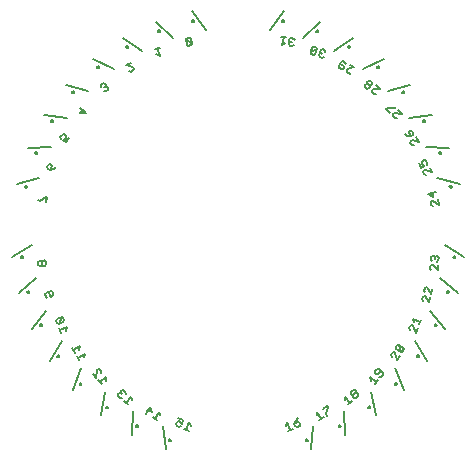
<source format=gbo>
G75*
%MOIN*%
%OFA0B0*%
%FSLAX24Y24*%
%IPPOS*%
%LPD*%
%AMOC8*
5,1,8,0,0,1.08239X$1,22.5*
%
%ADD10C,0.0060*%
%ADD11C,0.0080*%
%ADD12C,0.0050*%
D10*
X003368Y003352D02*
X003385Y003597D01*
X003418Y003626D01*
X003479Y003621D01*
X003536Y003556D01*
X003532Y003494D01*
X003701Y003366D02*
X003504Y003195D01*
X003561Y003130D02*
X003447Y003261D01*
X003368Y003352D02*
X003254Y003484D01*
X003701Y003366D02*
X003692Y003243D01*
X004136Y002820D02*
X004108Y002787D01*
X004114Y002726D01*
X004180Y002671D01*
X004242Y002676D01*
X004230Y002798D02*
X004197Y002826D01*
X004136Y002820D01*
X004197Y002826D02*
X004191Y002887D01*
X004219Y002920D01*
X004280Y002926D01*
X004347Y002871D01*
X004352Y002810D01*
X004540Y002710D02*
X004374Y002510D01*
X004441Y002455D02*
X004307Y002565D01*
X004551Y002588D02*
X004540Y002710D01*
X005070Y002286D02*
X005220Y002198D01*
X005173Y002376D01*
X005042Y002152D01*
X005258Y002025D02*
X005408Y001937D01*
X005333Y001981D02*
X005465Y002205D01*
X005496Y002087D01*
X006067Y001869D02*
X006036Y001788D01*
X006061Y001732D01*
X006142Y001701D01*
X006198Y001726D01*
X006229Y001807D02*
X006164Y001878D01*
X006123Y001894D01*
X006067Y001869D01*
X006114Y001990D02*
X006276Y001928D01*
X006229Y001807D01*
X006296Y001642D02*
X006458Y001580D01*
X006377Y001611D02*
X006470Y001854D01*
X006520Y001742D01*
X009693Y001742D02*
X009743Y001854D01*
X009836Y001611D01*
X009755Y001580D02*
X009917Y001642D01*
X010014Y001726D02*
X010070Y001701D01*
X010151Y001732D01*
X010176Y001788D01*
X010161Y001828D01*
X010105Y001853D01*
X009983Y001807D01*
X010014Y001726D01*
X009983Y001807D02*
X010033Y001919D01*
X010099Y001990D01*
X010717Y002087D02*
X010748Y002205D01*
X010879Y001981D01*
X010805Y001937D02*
X010954Y002025D01*
X011059Y002086D02*
X011037Y002124D01*
X011099Y002361D01*
X011077Y002398D01*
X010927Y002311D01*
X011661Y002588D02*
X011672Y002710D01*
X011839Y002510D01*
X011905Y002565D02*
X011772Y002455D01*
X011971Y002676D02*
X011943Y002710D01*
X011949Y002771D01*
X012016Y002826D01*
X012077Y002820D01*
X012104Y002787D01*
X012099Y002726D01*
X012032Y002671D01*
X011971Y002676D01*
X011949Y002771D02*
X011888Y002776D01*
X011860Y002810D01*
X011866Y002871D01*
X011933Y002926D01*
X011994Y002920D01*
X012021Y002887D01*
X012016Y002826D01*
X012521Y003243D02*
X012512Y003366D01*
X012708Y003195D01*
X012652Y003130D02*
X012765Y003261D01*
X012812Y003381D02*
X012873Y003385D01*
X012930Y003451D01*
X012925Y003512D01*
X012794Y003626D01*
X012733Y003621D01*
X012676Y003556D01*
X012681Y003494D01*
X012713Y003466D01*
X012775Y003470D01*
X012860Y003569D01*
X013217Y004044D02*
X013203Y004103D01*
X013249Y004177D01*
X013308Y004192D01*
X013345Y004169D01*
X013402Y003930D01*
X013493Y004078D01*
X013519Y004204D02*
X013372Y004295D01*
X013358Y004354D01*
X013403Y004428D01*
X013463Y004443D01*
X013519Y004204D01*
X013579Y004218D01*
X013625Y004292D01*
X013610Y004352D01*
X013463Y004443D01*
X013818Y004934D02*
X013794Y004990D01*
X013827Y005070D01*
X013884Y005094D01*
X013924Y005078D01*
X014019Y004852D01*
X014084Y005012D01*
X014130Y005124D02*
X014196Y005285D01*
X014163Y005205D02*
X013922Y005303D01*
X013970Y005190D01*
X014266Y005910D02*
X014233Y005961D01*
X014252Y006046D01*
X014304Y006079D01*
X014346Y006069D01*
X014477Y005862D01*
X014515Y006031D01*
X014542Y006149D02*
X014412Y006356D01*
X014369Y006366D01*
X014317Y006333D01*
X014298Y006249D01*
X014331Y006197D01*
X014542Y006149D02*
X014581Y006318D01*
X014545Y006934D02*
X014505Y006980D01*
X014510Y007067D01*
X014556Y007107D01*
X014599Y007105D01*
X014762Y006921D01*
X014772Y007094D01*
X014737Y007218D02*
X014783Y007258D01*
X014788Y007345D01*
X014747Y007391D01*
X014704Y007394D01*
X014658Y007353D01*
X014655Y007310D01*
X014658Y007353D02*
X014617Y007399D01*
X014574Y007402D01*
X014528Y007361D01*
X014523Y007274D01*
X014563Y007228D01*
X014593Y009063D02*
X014540Y009093D01*
X014517Y009177D01*
X014547Y009230D01*
X014589Y009241D01*
X014802Y009119D01*
X014757Y009287D01*
X014599Y009370D02*
X014554Y009537D01*
X014691Y009529D02*
X014440Y009461D01*
X014599Y009370D01*
X014359Y010099D02*
X014301Y010120D01*
X014266Y010199D01*
X014287Y010257D01*
X014326Y010275D01*
X014556Y010189D01*
X014484Y010347D01*
X014395Y010439D02*
X014416Y010496D01*
X014380Y010575D01*
X014323Y010597D01*
X014244Y010561D01*
X014222Y010503D01*
X014240Y010464D01*
X014316Y010403D01*
X014197Y010349D01*
X014125Y010507D01*
X013955Y011094D02*
X013895Y011106D01*
X013847Y011178D01*
X013859Y011238D01*
X013895Y011262D01*
X014135Y011215D01*
X014039Y011359D01*
X013935Y011435D02*
X013947Y011495D01*
X013899Y011567D01*
X013838Y011579D01*
X013802Y011555D01*
X013791Y011495D01*
X013863Y011387D01*
X013935Y011435D01*
X013863Y011387D02*
X013743Y011410D01*
X013658Y011458D01*
X013402Y012000D02*
X013340Y012002D01*
X013281Y012065D01*
X013283Y012127D01*
X013315Y012156D01*
X013560Y012149D01*
X013441Y012275D01*
X013358Y012363D02*
X013326Y012334D01*
X013081Y012341D01*
X013050Y012312D01*
X013168Y012185D01*
X012701Y012813D02*
X012640Y012805D01*
X012571Y012858D01*
X012563Y012919D01*
X012589Y012953D01*
X012832Y012986D01*
X012694Y013091D01*
X012572Y013130D02*
X012545Y013096D01*
X012485Y013087D01*
X012416Y013140D01*
X012408Y013201D01*
X012434Y013235D01*
X012495Y013244D01*
X012564Y013191D01*
X012572Y013130D01*
X012485Y013087D02*
X012493Y013027D01*
X012466Y012992D01*
X012406Y012984D01*
X012337Y013037D01*
X012329Y013098D01*
X012355Y013132D01*
X012416Y013140D01*
X011876Y013501D02*
X011817Y013483D01*
X011741Y013524D01*
X011723Y013582D01*
X011743Y013621D01*
X011978Y013692D01*
X011825Y013774D01*
X011697Y013792D02*
X011679Y013851D01*
X011603Y013892D01*
X011544Y013874D01*
X011463Y013721D01*
X011481Y013662D01*
X011557Y013621D01*
X011616Y013639D01*
X011636Y013678D01*
X011618Y013736D01*
X011503Y013797D01*
X010960Y014040D02*
X010905Y014013D01*
X010823Y014040D01*
X010796Y014095D01*
X010810Y014136D01*
X010865Y014164D01*
X010838Y014219D01*
X010852Y014260D01*
X010907Y014287D01*
X010989Y014259D01*
X011016Y014204D01*
X010906Y014150D02*
X010865Y014164D01*
X010737Y014298D02*
X010710Y014353D01*
X010628Y014381D01*
X010573Y014354D01*
X010517Y014190D01*
X010737Y014298D01*
X010681Y014134D01*
X010626Y014107D01*
X010544Y014135D01*
X010517Y014190D01*
X009959Y014427D02*
X009909Y014391D01*
X009824Y014405D01*
X009788Y014455D01*
X009795Y014498D01*
X009845Y014533D01*
X009809Y014583D01*
X009816Y014626D01*
X009866Y014662D01*
X009951Y014648D01*
X009987Y014598D01*
X009887Y014526D02*
X009845Y014533D01*
X009675Y014517D02*
X009576Y014446D01*
X009618Y014702D01*
X009703Y014688D02*
X009532Y014716D01*
X006570Y014479D02*
X006371Y014622D01*
X006407Y014672D01*
X006492Y014686D01*
X006542Y014650D01*
X006570Y014479D01*
X006534Y014429D01*
X006449Y014415D01*
X006399Y014450D01*
X006371Y014622D01*
X005486Y014348D02*
X005322Y014292D01*
X005404Y014320D02*
X005488Y014074D01*
X005378Y014128D01*
X004599Y013690D02*
X004620Y013652D01*
X004602Y013593D01*
X004525Y013552D01*
X004467Y013570D01*
X004599Y013690D02*
X004365Y013762D01*
X004518Y013843D01*
X003661Y013146D02*
X003601Y013154D01*
X003532Y013101D01*
X003524Y013041D01*
X003645Y013024D02*
X003680Y013051D01*
X003688Y013111D01*
X003661Y013146D01*
X003680Y013051D02*
X003740Y013043D01*
X003767Y013008D01*
X003759Y012947D01*
X003690Y012895D01*
X003629Y012903D01*
X002967Y012293D02*
X002848Y012167D01*
X003032Y012173D01*
X002843Y012351D01*
X002292Y011457D02*
X002232Y011445D01*
X002183Y011373D01*
X002195Y011313D01*
X002267Y011264D02*
X002352Y011312D01*
X002376Y011348D01*
X002364Y011408D01*
X002292Y011457D01*
X002472Y011336D02*
X002375Y011192D01*
X002267Y011264D01*
X001868Y010445D02*
X001890Y010387D01*
X001836Y010269D01*
X001757Y010305D01*
X001735Y010362D01*
X001771Y010441D01*
X001829Y010463D01*
X001868Y010445D01*
X001951Y010312D02*
X001836Y010269D01*
X001951Y010312D02*
X002026Y010373D01*
X001746Y009361D02*
X001704Y009372D01*
X001491Y009250D01*
X001449Y009262D01*
X001700Y009193D02*
X001746Y009361D01*
X001647Y007255D02*
X001604Y007252D01*
X001564Y007206D01*
X001569Y007119D01*
X001615Y007079D01*
X001658Y007081D01*
X001699Y007127D01*
X001693Y007214D01*
X001647Y007255D01*
X001564Y007206D02*
X001518Y007247D01*
X001474Y007244D01*
X001434Y007198D01*
X001439Y007111D01*
X001485Y007071D01*
X001528Y007073D01*
X001569Y007119D01*
X001791Y006203D02*
X001820Y006076D01*
X001872Y006044D01*
X001914Y006053D01*
X001947Y006105D01*
X001928Y006190D01*
X001876Y006222D01*
X001707Y006184D01*
X001674Y006132D01*
X001693Y006048D01*
X001745Y006015D01*
X002057Y005301D02*
X002217Y005367D01*
X002122Y005141D01*
X002066Y005165D01*
X002033Y005245D01*
X002057Y005301D01*
X002122Y005141D02*
X002283Y005206D01*
X002307Y005263D01*
X002274Y005343D01*
X002217Y005367D01*
X002128Y005012D02*
X002194Y004852D01*
X002161Y004932D02*
X002402Y005030D01*
X002354Y004917D01*
X002832Y004391D02*
X002611Y004255D01*
X002656Y004181D02*
X002565Y004329D01*
X002720Y004078D02*
X002810Y003930D01*
X002765Y004004D02*
X002987Y004140D01*
X002958Y004021D01*
X002804Y004272D02*
X002832Y004391D01*
D11*
X002078Y004062D02*
X002080Y004073D01*
X002085Y004082D01*
X002093Y004090D01*
X002103Y004094D01*
X002114Y004095D01*
X002124Y004092D01*
X002133Y004086D01*
X002140Y004078D01*
X002144Y004067D01*
X002144Y004057D01*
X002140Y004046D01*
X002133Y004038D01*
X002124Y004032D01*
X002114Y004029D01*
X002103Y004030D01*
X002093Y004034D01*
X002085Y004042D01*
X002080Y004051D01*
X002078Y004062D01*
X001492Y005096D02*
X001494Y005107D01*
X001499Y005116D01*
X001507Y005124D01*
X001517Y005128D01*
X001528Y005129D01*
X001538Y005126D01*
X001547Y005120D01*
X001554Y005112D01*
X001558Y005101D01*
X001558Y005091D01*
X001554Y005080D01*
X001547Y005072D01*
X001538Y005066D01*
X001528Y005063D01*
X001517Y005064D01*
X001507Y005068D01*
X001499Y005076D01*
X001494Y005085D01*
X001492Y005096D01*
X001083Y006212D02*
X001085Y006223D01*
X001090Y006232D01*
X001098Y006240D01*
X001108Y006244D01*
X001119Y006245D01*
X001129Y006242D01*
X001138Y006236D01*
X001145Y006228D01*
X001149Y006217D01*
X001149Y006207D01*
X001145Y006196D01*
X001138Y006188D01*
X001129Y006182D01*
X001119Y006179D01*
X001108Y006180D01*
X001098Y006184D01*
X001090Y006192D01*
X001085Y006201D01*
X001083Y006212D01*
X000863Y007367D02*
X000865Y007378D01*
X000870Y007387D01*
X000878Y007395D01*
X000888Y007399D01*
X000899Y007400D01*
X000909Y007397D01*
X000918Y007391D01*
X000925Y007383D01*
X000929Y007372D01*
X000929Y007362D01*
X000925Y007351D01*
X000918Y007343D01*
X000909Y007337D01*
X000899Y007334D01*
X000888Y007335D01*
X000878Y007339D01*
X000870Y007347D01*
X000865Y007356D01*
X000863Y007367D01*
X000995Y009719D02*
X000997Y009730D01*
X001002Y009739D01*
X001010Y009747D01*
X001020Y009751D01*
X001031Y009752D01*
X001041Y009749D01*
X001050Y009743D01*
X001057Y009735D01*
X001061Y009724D01*
X001061Y009714D01*
X001057Y009703D01*
X001050Y009695D01*
X001041Y009689D01*
X001031Y009686D01*
X001020Y009687D01*
X001010Y009691D01*
X001002Y009699D01*
X000997Y009708D01*
X000995Y009719D01*
X001343Y010842D02*
X001345Y010853D01*
X001350Y010862D01*
X001358Y010870D01*
X001368Y010874D01*
X001379Y010875D01*
X001389Y010872D01*
X001398Y010866D01*
X001405Y010858D01*
X001409Y010847D01*
X001409Y010837D01*
X001405Y010826D01*
X001398Y010818D01*
X001389Y010812D01*
X001379Y010809D01*
X001368Y010810D01*
X001358Y010814D01*
X001350Y010822D01*
X001345Y010831D01*
X001343Y010842D01*
X001874Y011905D02*
X001876Y011916D01*
X001881Y011925D01*
X001889Y011933D01*
X001899Y011937D01*
X001910Y011938D01*
X001920Y011935D01*
X001929Y011929D01*
X001936Y011921D01*
X001940Y011910D01*
X001940Y011900D01*
X001936Y011889D01*
X001929Y011881D01*
X001920Y011875D01*
X001910Y011872D01*
X001899Y011873D01*
X001889Y011877D01*
X001881Y011885D01*
X001876Y011894D01*
X001874Y011905D01*
X002564Y012858D02*
X002566Y012869D01*
X002571Y012878D01*
X002579Y012886D01*
X002589Y012890D01*
X002600Y012891D01*
X002610Y012888D01*
X002619Y012882D01*
X002626Y012874D01*
X002630Y012863D01*
X002630Y012853D01*
X002626Y012842D01*
X002619Y012834D01*
X002610Y012828D01*
X002600Y012825D01*
X002589Y012826D01*
X002579Y012830D01*
X002571Y012838D01*
X002566Y012847D01*
X002564Y012858D01*
X003408Y013694D02*
X003410Y013705D01*
X003415Y013714D01*
X003423Y013722D01*
X003433Y013726D01*
X003444Y013727D01*
X003454Y013724D01*
X003463Y013718D01*
X003470Y013710D01*
X003474Y013699D01*
X003474Y013689D01*
X003470Y013678D01*
X003463Y013670D01*
X003454Y013664D01*
X003444Y013661D01*
X003433Y013662D01*
X003423Y013666D01*
X003415Y013674D01*
X003410Y013683D01*
X003408Y013694D01*
X004377Y014382D02*
X004379Y014393D01*
X004384Y014402D01*
X004392Y014410D01*
X004402Y014414D01*
X004413Y014415D01*
X004423Y014412D01*
X004432Y014406D01*
X004439Y014398D01*
X004443Y014387D01*
X004443Y014377D01*
X004439Y014366D01*
X004432Y014358D01*
X004423Y014352D01*
X004413Y014349D01*
X004402Y014350D01*
X004392Y014354D01*
X004384Y014362D01*
X004379Y014371D01*
X004377Y014382D01*
X005434Y014897D02*
X005436Y014908D01*
X005441Y014917D01*
X005449Y014925D01*
X005459Y014929D01*
X005470Y014930D01*
X005480Y014927D01*
X005489Y014921D01*
X005496Y014913D01*
X005500Y014902D01*
X005500Y014892D01*
X005496Y014881D01*
X005489Y014873D01*
X005480Y014867D01*
X005470Y014864D01*
X005459Y014865D01*
X005449Y014869D01*
X005441Y014877D01*
X005436Y014886D01*
X005434Y014897D01*
X006573Y015237D02*
X006575Y015248D01*
X006580Y015257D01*
X006588Y015265D01*
X006598Y015269D01*
X006609Y015270D01*
X006619Y015267D01*
X006628Y015261D01*
X006635Y015253D01*
X006639Y015242D01*
X006639Y015232D01*
X006635Y015221D01*
X006628Y015213D01*
X006619Y015207D01*
X006609Y015204D01*
X006598Y015205D01*
X006588Y015209D01*
X006580Y015217D01*
X006575Y015226D01*
X006573Y015237D01*
X009574Y015237D02*
X009576Y015248D01*
X009581Y015257D01*
X009589Y015265D01*
X009599Y015269D01*
X009610Y015270D01*
X009620Y015267D01*
X009629Y015261D01*
X009636Y015253D01*
X009640Y015242D01*
X009640Y015232D01*
X009636Y015221D01*
X009629Y015213D01*
X009620Y015207D01*
X009610Y015204D01*
X009599Y015205D01*
X009589Y015209D01*
X009581Y015217D01*
X009576Y015226D01*
X009574Y015237D01*
X010712Y014897D02*
X010714Y014908D01*
X010719Y014917D01*
X010727Y014925D01*
X010737Y014929D01*
X010748Y014930D01*
X010758Y014927D01*
X010767Y014921D01*
X010774Y014913D01*
X010778Y014902D01*
X010778Y014892D01*
X010774Y014881D01*
X010767Y014873D01*
X010758Y014867D01*
X010748Y014864D01*
X010737Y014865D01*
X010727Y014869D01*
X010719Y014877D01*
X010714Y014886D01*
X010712Y014897D01*
X011769Y014382D02*
X011771Y014393D01*
X011776Y014402D01*
X011784Y014410D01*
X011794Y014414D01*
X011805Y014415D01*
X011815Y014412D01*
X011824Y014406D01*
X011831Y014398D01*
X011835Y014387D01*
X011835Y014377D01*
X011831Y014366D01*
X011824Y014358D01*
X011815Y014352D01*
X011805Y014349D01*
X011794Y014350D01*
X011784Y014354D01*
X011776Y014362D01*
X011771Y014371D01*
X011769Y014382D01*
X012739Y013694D02*
X012741Y013705D01*
X012746Y013714D01*
X012754Y013722D01*
X012764Y013726D01*
X012775Y013727D01*
X012785Y013724D01*
X012794Y013718D01*
X012801Y013710D01*
X012805Y013699D01*
X012805Y013689D01*
X012801Y013678D01*
X012794Y013670D01*
X012785Y013664D01*
X012775Y013661D01*
X012764Y013662D01*
X012754Y013666D01*
X012746Y013674D01*
X012741Y013683D01*
X012739Y013694D01*
X013583Y012858D02*
X013585Y012869D01*
X013590Y012878D01*
X013598Y012886D01*
X013608Y012890D01*
X013619Y012891D01*
X013629Y012888D01*
X013638Y012882D01*
X013645Y012874D01*
X013649Y012863D01*
X013649Y012853D01*
X013645Y012842D01*
X013638Y012834D01*
X013629Y012828D01*
X013619Y012825D01*
X013608Y012826D01*
X013598Y012830D01*
X013590Y012838D01*
X013585Y012847D01*
X013583Y012858D01*
X014272Y011905D02*
X014274Y011916D01*
X014279Y011925D01*
X014287Y011933D01*
X014297Y011937D01*
X014308Y011938D01*
X014318Y011935D01*
X014327Y011929D01*
X014334Y011921D01*
X014338Y011910D01*
X014338Y011900D01*
X014334Y011889D01*
X014327Y011881D01*
X014318Y011875D01*
X014308Y011872D01*
X014297Y011873D01*
X014287Y011877D01*
X014279Y011885D01*
X014274Y011894D01*
X014272Y011905D01*
X014804Y010842D02*
X014806Y010853D01*
X014811Y010862D01*
X014819Y010870D01*
X014829Y010874D01*
X014840Y010875D01*
X014850Y010872D01*
X014859Y010866D01*
X014866Y010858D01*
X014870Y010847D01*
X014870Y010837D01*
X014866Y010826D01*
X014859Y010818D01*
X014850Y010812D01*
X014840Y010809D01*
X014829Y010810D01*
X014819Y010814D01*
X014811Y010822D01*
X014806Y010831D01*
X014804Y010842D01*
X015152Y009719D02*
X015154Y009730D01*
X015159Y009739D01*
X015167Y009747D01*
X015177Y009751D01*
X015188Y009752D01*
X015198Y009749D01*
X015207Y009743D01*
X015214Y009735D01*
X015218Y009724D01*
X015218Y009714D01*
X015214Y009703D01*
X015207Y009695D01*
X015198Y009689D01*
X015188Y009686D01*
X015177Y009687D01*
X015167Y009691D01*
X015159Y009699D01*
X015154Y009708D01*
X015152Y009719D01*
X015283Y007367D02*
X015285Y007378D01*
X015290Y007387D01*
X015298Y007395D01*
X015308Y007399D01*
X015319Y007400D01*
X015329Y007397D01*
X015338Y007391D01*
X015345Y007383D01*
X015349Y007372D01*
X015349Y007362D01*
X015345Y007351D01*
X015338Y007343D01*
X015329Y007337D01*
X015319Y007334D01*
X015308Y007335D01*
X015298Y007339D01*
X015290Y007347D01*
X015285Y007356D01*
X015283Y007367D01*
X015063Y006212D02*
X015065Y006223D01*
X015070Y006232D01*
X015078Y006240D01*
X015088Y006244D01*
X015099Y006245D01*
X015109Y006242D01*
X015118Y006236D01*
X015125Y006228D01*
X015129Y006217D01*
X015129Y006207D01*
X015125Y006196D01*
X015118Y006188D01*
X015109Y006182D01*
X015099Y006179D01*
X015088Y006180D01*
X015078Y006184D01*
X015070Y006192D01*
X015065Y006201D01*
X015063Y006212D01*
X014654Y005096D02*
X014656Y005107D01*
X014661Y005116D01*
X014669Y005124D01*
X014679Y005128D01*
X014690Y005129D01*
X014700Y005126D01*
X014709Y005120D01*
X014716Y005112D01*
X014720Y005101D01*
X014720Y005091D01*
X014716Y005080D01*
X014709Y005072D01*
X014700Y005066D01*
X014690Y005063D01*
X014679Y005064D01*
X014669Y005068D01*
X014661Y005076D01*
X014656Y005085D01*
X014654Y005096D01*
X014068Y004062D02*
X014070Y004073D01*
X014075Y004082D01*
X014083Y004090D01*
X014093Y004094D01*
X014104Y004095D01*
X014114Y004092D01*
X014123Y004086D01*
X014130Y004078D01*
X014134Y004067D01*
X014134Y004057D01*
X014130Y004046D01*
X014123Y004038D01*
X014114Y004032D01*
X014104Y004029D01*
X014093Y004030D01*
X014083Y004034D01*
X014075Y004042D01*
X014070Y004051D01*
X014068Y004062D01*
X013330Y003147D02*
X013332Y003158D01*
X013337Y003167D01*
X013345Y003175D01*
X013355Y003179D01*
X013366Y003180D01*
X013376Y003177D01*
X013385Y003171D01*
X013392Y003163D01*
X013396Y003152D01*
X013396Y003142D01*
X013392Y003131D01*
X013385Y003123D01*
X013376Y003117D01*
X013366Y003114D01*
X013355Y003115D01*
X013345Y003119D01*
X013337Y003127D01*
X013332Y003136D01*
X013330Y003147D01*
X012443Y002355D02*
X012445Y002366D01*
X012450Y002375D01*
X012458Y002383D01*
X012468Y002387D01*
X012479Y002388D01*
X012489Y002385D01*
X012498Y002379D01*
X012505Y002371D01*
X012509Y002360D01*
X012509Y002350D01*
X012505Y002339D01*
X012498Y002331D01*
X012489Y002325D01*
X012479Y002322D01*
X012468Y002323D01*
X012458Y002327D01*
X012450Y002335D01*
X012445Y002344D01*
X012443Y002355D01*
X011451Y001725D02*
X011453Y001736D01*
X011458Y001745D01*
X011466Y001753D01*
X011476Y001757D01*
X011487Y001758D01*
X011497Y001755D01*
X011506Y001749D01*
X011513Y001741D01*
X011517Y001730D01*
X011517Y001720D01*
X011513Y001709D01*
X011506Y001701D01*
X011497Y001695D01*
X011487Y001692D01*
X011476Y001693D01*
X011466Y001697D01*
X011458Y001705D01*
X011453Y001714D01*
X011451Y001725D01*
X010357Y001260D02*
X010359Y001271D01*
X010364Y001280D01*
X010372Y001288D01*
X010382Y001292D01*
X010393Y001293D01*
X010403Y001290D01*
X010412Y001284D01*
X010419Y001276D01*
X010423Y001265D01*
X010423Y001255D01*
X010419Y001244D01*
X010412Y001236D01*
X010403Y001230D01*
X010393Y001227D01*
X010382Y001228D01*
X010372Y001232D01*
X010364Y001240D01*
X010359Y001249D01*
X010357Y001260D01*
X005789Y001260D02*
X005791Y001271D01*
X005796Y001280D01*
X005804Y001288D01*
X005814Y001292D01*
X005825Y001293D01*
X005835Y001290D01*
X005844Y001284D01*
X005851Y001276D01*
X005855Y001265D01*
X005855Y001255D01*
X005851Y001244D01*
X005844Y001236D01*
X005835Y001230D01*
X005825Y001227D01*
X005814Y001228D01*
X005804Y001232D01*
X005796Y001240D01*
X005791Y001249D01*
X005789Y001260D01*
X004696Y001725D02*
X004698Y001736D01*
X004703Y001745D01*
X004711Y001753D01*
X004721Y001757D01*
X004732Y001758D01*
X004742Y001755D01*
X004751Y001749D01*
X004758Y001741D01*
X004762Y001730D01*
X004762Y001720D01*
X004758Y001709D01*
X004751Y001701D01*
X004742Y001695D01*
X004732Y001692D01*
X004721Y001693D01*
X004711Y001697D01*
X004703Y001705D01*
X004698Y001714D01*
X004696Y001725D01*
X003703Y002355D02*
X003705Y002366D01*
X003710Y002375D01*
X003718Y002383D01*
X003728Y002387D01*
X003739Y002388D01*
X003749Y002385D01*
X003758Y002379D01*
X003765Y002371D01*
X003769Y002360D01*
X003769Y002350D01*
X003765Y002339D01*
X003758Y002331D01*
X003749Y002325D01*
X003739Y002322D01*
X003728Y002323D01*
X003718Y002327D01*
X003710Y002335D01*
X003705Y002344D01*
X003703Y002355D01*
X002817Y003147D02*
X002819Y003158D01*
X002824Y003167D01*
X002832Y003175D01*
X002842Y003179D01*
X002853Y003180D01*
X002863Y003177D01*
X002872Y003171D01*
X002879Y003163D01*
X002883Y003152D01*
X002883Y003142D01*
X002879Y003131D01*
X002872Y003123D01*
X002863Y003117D01*
X002853Y003114D01*
X002842Y003115D01*
X002832Y003119D01*
X002824Y003127D01*
X002819Y003136D01*
X002817Y003147D01*
D12*
X002594Y002944D02*
X002872Y003662D01*
X002866Y003180D02*
X002848Y003125D01*
X003674Y002867D02*
X003517Y002114D01*
X003738Y002333D02*
X003747Y002391D01*
X004585Y002220D02*
X004552Y001451D01*
X004734Y001704D02*
X004734Y001762D01*
X005600Y001725D02*
X005692Y000961D01*
X005831Y001239D02*
X005821Y001297D01*
X002106Y004040D02*
X002133Y004092D01*
X001826Y003903D02*
X002217Y004566D01*
X001517Y005075D02*
X001552Y005122D01*
X001218Y004986D02*
X001712Y005576D01*
X001104Y006193D02*
X001146Y006233D01*
X000795Y006153D02*
X001379Y006655D01*
X000929Y007383D02*
X000881Y007350D01*
X000570Y007361D02*
X001227Y007762D01*
X001008Y009708D02*
X001065Y009724D01*
X000717Y009819D02*
X001468Y009988D01*
X001413Y010841D02*
X001355Y010835D01*
X001085Y010991D02*
X001853Y011036D01*
X001885Y011901D02*
X001943Y011898D01*
X001645Y012099D02*
X002410Y012019D01*
X002574Y012857D02*
X002631Y012845D01*
X002369Y013091D02*
X003111Y012888D01*
X003419Y013697D02*
X003473Y013676D01*
X003254Y013962D02*
X003953Y013640D01*
X004389Y014388D02*
X004439Y014358D01*
X004270Y014676D02*
X004907Y014245D01*
X005447Y014907D02*
X005492Y014869D01*
X005376Y015210D02*
X005935Y014682D01*
X006625Y015206D02*
X006588Y015251D01*
X006567Y015561D02*
X007032Y014948D01*
X009180Y014948D02*
X009645Y015561D01*
X009625Y015251D02*
X009587Y015206D01*
X010277Y014682D02*
X010836Y015210D01*
X010765Y014907D02*
X010721Y014869D01*
X011306Y014245D02*
X011943Y014676D01*
X011824Y014388D02*
X011774Y014358D01*
X012259Y013640D02*
X012958Y013962D01*
X012794Y013697D02*
X012740Y013676D01*
X013101Y012888D02*
X013844Y013091D01*
X013638Y012857D02*
X013581Y012845D01*
X013803Y012019D02*
X014568Y012099D01*
X014327Y011901D02*
X014269Y011898D01*
X014359Y011036D02*
X015127Y010991D01*
X014858Y010835D02*
X014800Y010841D01*
X014745Y009988D02*
X015495Y009819D01*
X015204Y009708D02*
X015148Y009724D01*
X014986Y007762D02*
X015643Y007361D01*
X015331Y007350D02*
X015283Y007383D01*
X014834Y006655D02*
X015417Y006153D01*
X015108Y006193D02*
X015066Y006233D01*
X014501Y005576D02*
X014994Y004986D01*
X014696Y005075D02*
X014661Y005122D01*
X013996Y004566D02*
X014386Y003903D01*
X014106Y004040D02*
X014080Y004092D01*
X013340Y003662D02*
X013619Y002944D01*
X013365Y003125D02*
X013346Y003180D01*
X012538Y002867D02*
X012695Y002114D01*
X012474Y002333D02*
X012466Y002391D01*
X011627Y002220D02*
X011661Y001451D01*
X011478Y001704D02*
X011479Y001762D01*
X010613Y001725D02*
X010520Y000961D01*
X010381Y001239D02*
X010391Y001297D01*
M02*

</source>
